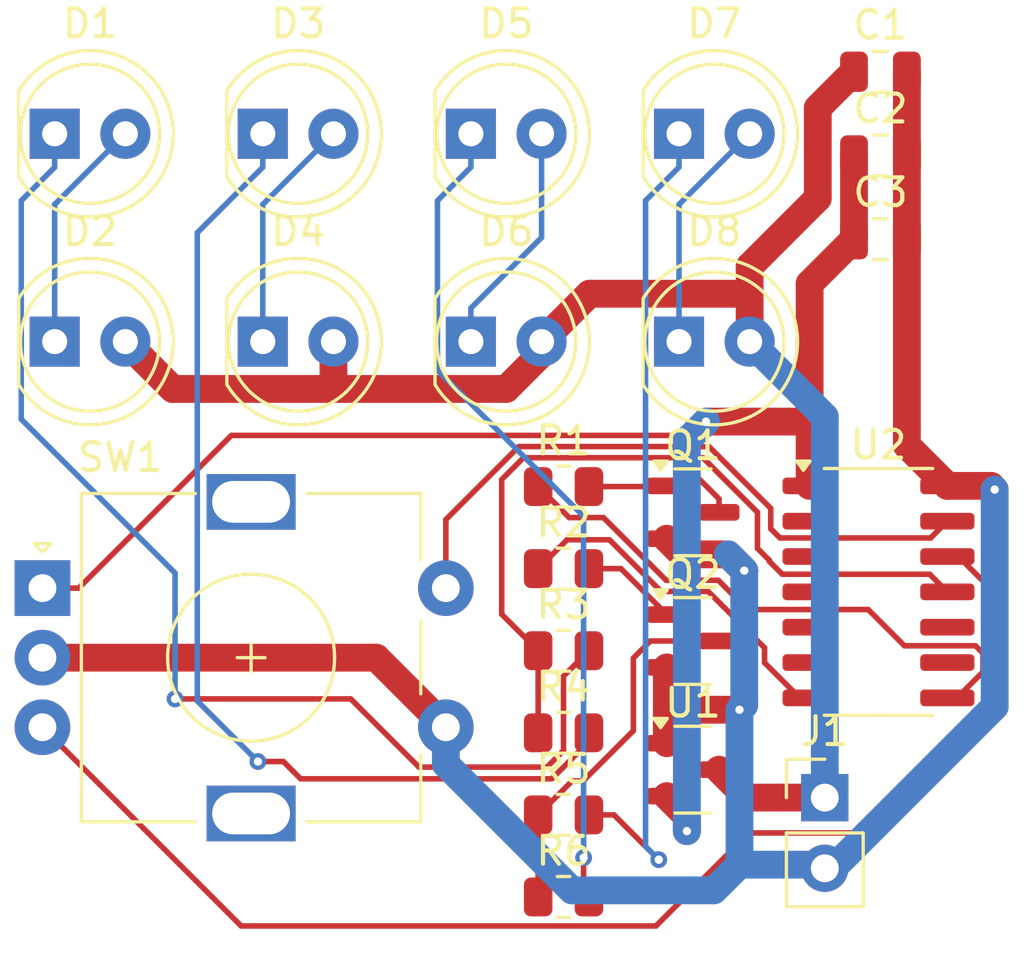
<source format=kicad_pcb>
(kicad_pcb (version 20241229) (generator "pcbnew") (generator_version "9.0")
  (layers (0 "F.Cu" signal) (2 "B.Cu" signal) (13 "F.Paste" user) (15 "B.Paste" user) (5 "F.SilkS" user "F.Silkscreen") (7 "B.SilkS" user "B.Silkscreen") (1 "F.Mask" user) (3 "B.Mask" user) (25 "Edge.Cuts" user))
  (net 0 "")
  (net 1 "+9V")
  (net 2 "GND")
  (net 3 "+3.3V")
  (net 5 "Net-(U2-PA2)")
  (net 7 "Net-(U2-PA1)")
  (net 12 "Net-(U2-AREF{slash}PA0)")
  (net 14 "Net-(Q1-G)")
  (net 15 "Net-(Q2-G)")
  (net 16 "Net-(U2-PA5)")
  (net 17 "Net-(U2-PA6)")
  (net 18 "Net-(D1-A)")
  (net 19 "Net-(D1-K)")
  (net 20 "Net-(D3-K)")
  (net 21 "Net-(D3-A)")
  (net 22 "Net-(D5-K)")
  (net 23 "Net-(D5-A)")
  (net 24 "Net-(D7-A)")
  (net 25 "Net-(D7-K)")
  (net 26 "Net-(Q1-D)")
  (net 27 "Net-(Q2-D)")
  (footprint "LED_THT:LED_D5.0mm" (layer "F.Cu") (at 54.915 53.975)
    (property "Reference" "D1" (at 1.27 -3.96 0) (layer "F.SilkS"))
    (property "Value" "LED WT")
    (fp_line (start -1.29 -1.545) (end -1.29 1.545) (stroke (width 0.12)) (layer "F.SilkS"))
    (fp_arc (start -1.29 -1.54483) (mid 2.071756 -2.880501) (end 4.26 -0.000048) (stroke (width 0.12)) (layer "F.SilkS"))
    (fp_arc (start 4.26 0.000048) (mid 2.071756 2.880501) (end -1.29 1.54483) (stroke (width 0.12)) (layer "F.SilkS"))
    (fp_circle (center 1.27 0) (end 3.77 0) (stroke (width 0.12)) (fill no) (layer "F.SilkS"))
    (pad "1" thru_hole rect (at 0 0) (size 1.8 1.8) (drill 0.9) (layers "*.Cu" "*.Mask") (net 19 "Net-(D1-K)"))
    (pad "2" thru_hole circle (at 2.54 0) (size 1.8 1.8) (drill 0.9) (layers "*.Cu" "*.Mask") (net 18 "Net-(D1-A)"))
  )
  (footprint "Package_TO_SOT_SMD:SOT-23" (layer "F.Cu") (at 77.855 76.83)
    (property "Reference" "U1" (at 0 -2.4 0) (layer "F.SilkS"))
    (property "Value" "MCP1703Ax-330xxTT")
    (fp_line (start 0 -1.56) (end -0.65 -1.56) (stroke (width 0.12)) (layer "F.SilkS"))
    (fp_line (start 0 -1.56) (end 0.65 -1.56) (stroke (width 0.12)) (layer "F.SilkS"))
    (fp_line (start 0 1.56) (end -0.65 1.56) (stroke (width 0.12)) (layer "F.SilkS"))
    (fp_line (start 0 1.56) (end 0.65 1.56) (stroke (width 0.12)) (layer "F.SilkS"))
    (fp_poly (pts (xy -1.1625 -1.51) (xy -1.4025 -1.84) (xy -0.9225 -1.84)) (stroke (width 0.12)) (fill yes) (layer "F.SilkS"))
    (pad "1" smd roundrect (at -0.9375 -0.95) (size 1.475 0.6) (layers "F.Cu" "F.Mask" "F.Paste") (net 2 "GND"))
    (pad "2" smd roundrect (at -0.9375 0.95) (size 1.475 0.6) (layers "F.Cu" "F.Mask" "F.Paste") (net 3 "+3.3V"))
    (pad "3" smd roundrect (at 0.9375 0) (size 1.475 0.6) (layers "F.Cu" "F.Mask" "F.Paste") (net 1 "+9V"))
  )
  (footprint "Resistor_SMD:R_0805_2012Metric" (layer "F.Cu") (at 73.205 72.555)
    (property "Reference" "R3" (at 0 -1.65 0) (layer "F.SilkS"))
    (property "Value" "100")
    (fp_line (start -0.227064 -0.735) (end 0.227064 -0.735) (stroke (width 0.12)) (layer "F.SilkS"))
    (fp_line (start -0.227064 0.735) (end 0.227064 0.735) (stroke (width 0.12)) (layer "F.SilkS"))
    (pad "1" smd roundrect (at -0.9125 0) (size 1.025 1.4) (layers "F.Cu" "F.Mask" "F.Paste") (roundrect_rratio 0.243902) (net 26 "Net-(Q1-D)"))
    (pad "2" smd roundrect (at 0.9125 0) (size 1.025 1.4) (layers "F.Cu" "F.Mask" "F.Paste") (roundrect_rratio 0.243902) (net 19 "Net-(D1-K)"))
  )
  (footprint "LED_THT:LED_D5.0mm" (layer "F.Cu") (at 62.395 53.975)
    (property "Reference" "D3" (at 1.27 -3.96 0) (layer "F.SilkS"))
    (property "Value" "LED WT")
    (fp_line (start -1.29 -1.545) (end -1.29 1.545) (stroke (width 0.12)) (layer "F.SilkS"))
    (fp_arc (start -1.29 -1.54483) (mid 2.071756 -2.880501) (end 4.26 -0.000048) (stroke (width 0.12)) (layer "F.SilkS"))
    (fp_arc (start 4.26 0.000048) (mid 2.071756 2.880501) (end -1.29 1.54483) (stroke (width 0.12)) (layer "F.SilkS"))
    (fp_circle (center 1.27 0) (end 3.77 0) (stroke (width 0.12)) (fill no) (layer "F.SilkS"))
    (pad "1" thru_hole rect (at 0 0) (size 1.8 1.8) (drill 0.9) (layers "*.Cu" "*.Mask") (net 20 "Net-(D3-K)"))
    (pad "2" thru_hole circle (at 2.54 0) (size 1.8 1.8) (drill 0.9) (layers "*.Cu" "*.Mask") (net 21 "Net-(D3-A)"))
  )
  (footprint "LED_THT:LED_D5.0mm" (layer "F.Cu") (at 54.915 61.445)
    (property "Reference" "D2" (at 1.27 -3.96 0) (layer "F.SilkS"))
    (property "Value" "LED WT")
    (fp_line (start -1.29 -1.545) (end -1.29 1.545) (stroke (width 0.12)) (layer "F.SilkS"))
    (fp_arc (start -1.29 -1.54483) (mid 2.071756 -2.880501) (end 4.26 -0.000048) (stroke (width 0.12)) (layer "F.SilkS"))
    (fp_arc (start 4.26 0.000048) (mid 2.071756 2.880501) (end -1.29 1.54483) (stroke (width 0.12)) (layer "F.SilkS"))
    (fp_circle (center 1.27 0) (end 3.77 0) (stroke (width 0.12)) (fill no) (layer "F.SilkS"))
    (pad "1" thru_hole rect (at 0 0) (size 1.8 1.8) (drill 0.9) (layers "*.Cu" "*.Mask") (net 18 "Net-(D1-A)"))
    (pad "2" thru_hole circle (at 2.54 0) (size 1.8 1.8) (drill 0.9) (layers "*.Cu" "*.Mask") (net 1 "+9V"))
  )
  (footprint "Resistor_SMD:R_0805_2012Metric" (layer "F.Cu") (at 73.205 75.505)
    (property "Reference" "R4" (at 0 -1.65 0) (layer "F.SilkS"))
    (property "Value" "100")
    (fp_line (start -0.227064 -0.735) (end 0.227064 -0.735) (stroke (width 0.12)) (layer "F.SilkS"))
    (fp_line (start -0.227064 0.735) (end 0.227064 0.735) (stroke (width 0.12)) (layer "F.SilkS"))
    (pad "1" smd roundrect (at -0.9125 0) (size 1.025 1.4) (layers "F.Cu" "F.Mask" "F.Paste") (roundrect_rratio 0.243902) (net 26 "Net-(Q1-D)"))
    (pad "2" smd roundrect (at 0.9125 0) (size 1.025 1.4) (layers "F.Cu" "F.Mask" "F.Paste") (roundrect_rratio 0.243902) (net 20 "Net-(D3-K)"))
  )
  (footprint "Capacitor_SMD:C_0805_2012Metric" (layer "F.Cu") (at 84.595 57.765)
    (property "Reference" "C3" (at 0 -1.68 0) (layer "F.SilkS"))
    (property "Value" "1u")
    (fp_line (start -0.261252 -0.735) (end 0.261252 -0.735) (stroke (width 0.12)) (layer "F.SilkS"))
    (fp_line (start -0.261252 0.735) (end 0.261252 0.735) (stroke (width 0.12)) (layer "F.SilkS"))
    (pad "1" smd roundrect (at -0.95 0) (size 1 1.45) (layers "F.Cu" "F.Mask" "F.Paste") (net 3 "+3.3V"))
    (pad "2" smd roundrect (at 0.95 0) (size 1 1.45) (layers "F.Cu" "F.Mask" "F.Paste") (net 2 "GND"))
  )
  (footprint "LED_THT:LED_D5.0mm" (layer "F.Cu") (at 69.875 61.445)
    (property "Reference" "D6" (at 1.27 -3.96 0) (layer "F.SilkS"))
    (property "Value" "LED RD")
    (fp_line (start -1.29 -1.545) (end -1.29 1.545) (stroke (width 0.12)) (layer "F.SilkS"))
    (fp_arc (start -1.29 -1.54483) (mid 2.071756 -2.880501) (end 4.26 -0.000048) (stroke (width 0.12)) (layer "F.SilkS"))
    (fp_arc (start 4.26 0.000048) (mid 2.071756 2.880501) (end -1.29 1.54483) (stroke (width 0.12)) (layer "F.SilkS"))
    (fp_circle (center 1.27 0) (end 3.77 0) (stroke (width 0.12)) (fill no) (layer "F.SilkS"))
    (pad "1" thru_hole rect (at 0 0) (size 1.8 1.8) (drill 0.9) (layers "*.Cu" "*.Mask") (net 23 "Net-(D5-A)"))
    (pad "2" thru_hole circle (at 2.54 0) (size 1.8 1.8) (drill 0.9) (layers "*.Cu" "*.Mask") (net 1 "+9V"))
  )
  (footprint "Resistor_SMD:R_0805_2012Metric" (layer "F.Cu") (at 73.205 66.655)
    (property "Reference" "R1" (at 0 -1.65 0) (layer "F.SilkS"))
    (property "Value" "100")
    (fp_line (start -0.227064 -0.735) (end 0.227064 -0.735) (stroke (width 0.12)) (layer "F.SilkS"))
    (fp_line (start -0.227064 0.735) (end 0.227064 0.735) (stroke (width 0.12)) (layer "F.SilkS"))
    (pad "1" smd roundrect (at -0.9125 0) (size 1.025 1.4) (layers "F.Cu" "F.Mask" "F.Paste") (roundrect_rratio 0.243902) (net 16 "Net-(U2-PA5)"))
    (pad "2" smd roundrect (at 0.9125 0) (size 1.025 1.4) (layers "F.Cu" "F.Mask" "F.Paste") (roundrect_rratio 0.243902) (net 14 "Net-(Q1-G)"))
  )
  (footprint "Capacitor_SMD:C_0805_2012Metric" (layer "F.Cu") (at 84.595 51.745)
    (property "Reference" "C1" (at 0 -1.68 0) (layer "F.SilkS"))
    (property "Value" "1u")
    (fp_line (start -0.261252 -0.735) (end 0.261252 -0.735) (stroke (width 0.12)) (layer "F.SilkS"))
    (fp_line (start -0.261252 0.735) (end 0.261252 0.735) (stroke (width 0.12)) (layer "F.SilkS"))
    (pad "1" smd roundrect (at -0.95 0) (size 1 1.45) (layers "F.Cu" "F.Mask" "F.Paste") (net 1 "+9V"))
    (pad "2" smd roundrect (at 0.95 0) (size 1 1.45) (layers "F.Cu" "F.Mask" "F.Paste") (net 2 "GND"))
  )
  (footprint "Resistor_SMD:R_0805_2012Metric" (layer "F.Cu") (at 73.205 69.605)
    (property "Reference" "R2" (at 0 -1.65 0) (layer "F.SilkS"))
    (property "Value" "100")
    (fp_line (start -0.227064 -0.735) (end 0.227064 -0.735) (stroke (width 0.12)) (layer "F.SilkS"))
    (fp_line (start -0.227064 0.735) (end 0.227064 0.735) (stroke (width 0.12)) (layer "F.SilkS"))
    (pad "1" smd roundrect (at -0.9125 0) (size 1.025 1.4) (layers "F.Cu" "F.Mask" "F.Paste") (roundrect_rratio 0.243902) (net 17 "Net-(U2-PA6)"))
    (pad "2" smd roundrect (at 0.9125 0) (size 1.025 1.4) (layers "F.Cu" "F.Mask" "F.Paste") (roundrect_rratio 0.243902) (net 15 "Net-(Q2-G)"))
  )
  (footprint "Package_TO_SOT_SMD:SOT-23" (layer "F.Cu") (at 77.855 72.205)
    (property "Reference" "Q2" (at 0 -2.4 0) (layer "F.SilkS"))
    (property "Value" "IRLML2060")
    (fp_line (start 0 -1.56) (end -0.65 -1.56) (stroke (width 0.12)) (layer "F.SilkS"))
    (fp_line (start 0 -1.56) (end 0.65 -1.56) (stroke (width 0.12)) (layer "F.SilkS"))
    (fp_line (start 0 1.56) (end -0.65 1.56) (stroke (width 0.12)) (layer "F.SilkS"))
    (fp_line (start 0 1.56) (end 0.65 1.56) (stroke (width 0.12)) (layer "F.SilkS"))
    (fp_poly (pts (xy -1.1625 -1.51) (xy -1.4025 -1.84) (xy -0.9225 -1.84)) (stroke (width 0.12)) (fill yes) (layer "F.SilkS"))
    (pad "1" smd roundrect (at -0.9375 -0.95) (size 1.475 0.6) (layers "F.Cu" "F.Mask" "F.Paste") (net 15 "Net-(Q2-G)"))
    (pad "2" smd roundrect (at -0.9375 0.95) (size 1.475 0.6) (layers "F.Cu" "F.Mask" "F.Paste") (net 2 "GND"))
    (pad "3" smd roundrect (at 0.9375 0) (size 1.475 0.6) (layers "F.Cu" "F.Mask" "F.Paste") (net 27 "Net-(Q2-D)"))
  )
  (footprint "Resistor_SMD:R_0805_2012Metric" (layer "F.Cu") (at 73.205 78.455)
    (property "Reference" "R5" (at 0 -1.65 0) (layer "F.SilkS"))
    (property "Value" "220")
    (fp_line (start -0.227064 -0.735) (end 0.227064 -0.735) (stroke (width 0.12)) (layer "F.SilkS"))
    (fp_line (start -0.227064 0.735) (end 0.227064 0.735) (stroke (width 0.12)) (layer "F.SilkS"))
    (pad "1" smd roundrect (at -0.9125 0) (size 1.025 1.4) (layers "F.Cu" "F.Mask" "F.Paste") (roundrect_rratio 0.243902) (net 27 "Net-(Q2-D)"))
    (pad "2" smd roundrect (at 0.9125 0) (size 1.025 1.4) (layers "F.Cu" "F.Mask" "F.Paste") (roundrect_rratio 0.243902) (net 25 "Net-(D7-K)"))
  )
  (footprint "Package_SO:SOIC-14_3.9x8.7mm_P1.27mm" (layer "F.Cu") (at 84.525 70.44)
    (property "Reference" "U2" (at 0 -5.28 0) (layer "F.SilkS"))
    (property "Value" "ATtiny24A-SS")
    (fp_line (start 0 -4.435) (end -1.95 -4.435) (stroke (width 0.12)) (layer "F.SilkS"))
    (fp_line (start 0 -4.435) (end 1.95 -4.435) (stroke (width 0.12)) (layer "F.SilkS"))
    (fp_line (start 0 4.435) (end -1.95 4.435) (stroke (width 0.12)) (layer "F.SilkS"))
    (fp_line (start 0 4.435) (end 1.95 4.435) (stroke (width 0.12)) (layer "F.SilkS"))
    (fp_poly (pts (xy -2.7 -4.37) (xy -2.94 -4.7) (xy -2.46 -4.7)) (stroke (width 0.12)) (fill yes) (layer "F.SilkS"))
    (pad "1" smd roundrect (at -2.475 -3.81) (size 1.95 0.6) (layers "F.Cu" "F.Mask" "F.Paste") (net 3 "+3.3V"))
    (pad "2" smd roundrect (at -2.475 -2.54) (size 1.95 0.6) (layers "F.Cu" "F.Mask" "F.Paste"))
    (pad "3" smd roundrect (at -2.475 -1.27) (size 1.95 0.6) (layers "F.Cu" "F.Mask" "F.Paste"))
    (pad "4" smd roundrect (at -2.475 0) (size 1.95 0.6) (layers "F.Cu" "F.Mask" "F.Paste"))
    (pad "5" smd roundrect (at -2.475 1.27) (size 1.95 0.6) (layers "F.Cu" "F.Mask" "F.Paste"))
    (pad "6" smd roundrect (at -2.475 2.54) (size 1.95 0.6) (layers "F.Cu" "F.Mask" "F.Paste"))
    (pad "7" smd roundrect (at -2.475 3.81) (size 1.95 0.6) (layers "F.Cu" "F.Mask" "F.Paste") (net 17 "Net-(U2-PA6)"))
    (pad "8" smd roundrect (at 2.475 3.81) (size 1.95 0.6) (layers "F.Cu" "F.Mask" "F.Paste") (net 16 "Net-(U2-PA5)"))
    (pad "9" smd roundrect (at 2.475 2.54) (size 1.95 0.6) (layers "F.Cu" "F.Mask" "F.Paste"))
    (pad "10" smd roundrect (at 2.475 1.27) (size 1.95 0.6) (layers "F.Cu" "F.Mask" "F.Paste"))
    (pad "11" smd roundrect (at 2.475 0) (size 1.95 0.6) (layers "F.Cu" "F.Mask" "F.Paste") (net 5 "Net-(U2-PA2)"))
    (pad "12" smd roundrect (at 2.475 -1.27) (size 1.95 0.6) (layers "F.Cu" "F.Mask" "F.Paste") (net 7 "Net-(U2-PA1)"))
    (pad "13" smd roundrect (at 2.475 -2.54) (size 1.95 0.6) (layers "F.Cu" "F.Mask" "F.Paste") (net 12 "Net-(U2-AREF{slash}PA0)"))
    (pad "14" smd roundrect (at 2.475 -3.81) (size 1.95 0.6) (layers "F.Cu" "F.Mask" "F.Paste") (net 2 "GND"))
  )
  (footprint "Connector_PinHeader_2.54mm:PinHeader_1x02_P2.54mm_Vertical" (layer "F.Cu") (at 82.595 77.835)
    (property "Reference" "J1" (at 0 -2.38 0) (layer "F.SilkS"))
    (property "Value" "Conn_01x02_Pin")
    (fp_line (start -1.38 -1.38) (end 0 -1.38) (stroke (width 0.12)) (layer "F.SilkS"))
    (fp_line (start -1.38 0) (end -1.38 -1.38) (stroke (width 0.12)) (layer "F.SilkS"))
    (fp_line (start -1.38 1.27) (end -1.38 3.92) (stroke (width 0.12)) (layer "F.SilkS"))
    (fp_line (start -1.38 1.27) (end 1.38 1.27) (stroke (width 0.12)) (layer "F.SilkS"))
    (fp_line (start -1.38 3.92) (end 1.38 3.92) (stroke (width 0.12)) (layer "F.SilkS"))
    (fp_line (start 1.38 1.27) (end 1.38 3.92) (stroke (width 0.12)) (layer "F.SilkS"))
    (pad "1" thru_hole rect (at 0 0) (size 1.7 1.7) (drill 1) (layers "*.Cu" "*.Mask") (net 1 "+9V"))
    (pad "2" thru_hole circle (at 0 2.54) (size 1.7 1.7) (drill 1) (layers "*.Cu" "*.Mask") (net 2 "GND"))
  )
  (footprint "Package_TO_SOT_SMD:SOT-23" (layer "F.Cu") (at 77.855 67.58)
    (property "Reference" "Q1" (at 0 -2.4 0) (layer "F.SilkS"))
    (property "Value" "IRLML2060")
    (fp_line (start 0 -1.56) (end -0.65 -1.56) (stroke (width 0.12)) (layer "F.SilkS"))
    (fp_line (start 0 -1.56) (end 0.65 -1.56) (stroke (width 0.12)) (layer "F.SilkS"))
    (fp_line (start 0 1.56) (end -0.65 1.56) (stroke (width 0.12)) (layer "F.SilkS"))
    (fp_line (start 0 1.56) (end 0.65 1.56) (stroke (width 0.12)) (layer "F.SilkS"))
    (fp_poly (pts (xy -1.1625 -1.51) (xy -1.4025 -1.84) (xy -0.9225 -1.84)) (stroke (width 0.12)) (fill yes) (layer "F.SilkS"))
    (pad "1" smd roundrect (at -0.9375 -0.95) (size 1.475 0.6) (layers "F.Cu" "F.Mask" "F.Paste") (net 14 "Net-(Q1-G)"))
    (pad "2" smd roundrect (at -0.9375 0.95) (size 1.475 0.6) (layers "F.Cu" "F.Mask" "F.Paste") (net 2 "GND"))
    (pad "3" smd roundrect (at 0.9375 0) (size 1.475 0.6) (layers "F.Cu" "F.Mask" "F.Paste") (net 26 "Net-(Q1-D)"))
  )
  (footprint "Resistor_SMD:R_0805_2012Metric" (layer "F.Cu") (at 73.205 81.405)
    (property "Reference" "R6" (at 0 -1.65 0) (layer "F.SilkS"))
    (property "Value" "220")
    (fp_line (start -0.227064 -0.735) (end 0.227064 -0.735) (stroke (width 0.12)) (layer "F.SilkS"))
    (fp_line (start -0.227064 0.735) (end 0.227064 0.735) (stroke (width 0.12)) (layer "F.SilkS"))
    (pad "1" smd roundrect (at -0.9125 0) (size 1.025 1.4) (layers "F.Cu" "F.Mask" "F.Paste") (roundrect_rratio 0.243902) (net 27 "Net-(Q2-D)"))
    (pad "2" smd roundrect (at 0.9125 0) (size 1.025 1.4) (layers "F.Cu" "F.Mask" "F.Paste") (roundrect_rratio 0.243902) (net 22 "Net-(D5-K)"))
  )
  (footprint "Capacitor_SMD:C_0805_2012Metric" (layer "F.Cu") (at 84.595 54.755)
    (property "Reference" "C2" (at 0 -1.68 0) (layer "F.SilkS"))
    (property "Value" "1u")
    (fp_line (start -0.261252 -0.735) (end 0.261252 -0.735) (stroke (width 0.12)) (layer "F.SilkS"))
    (fp_line (start -0.261252 0.735) (end 0.261252 0.735) (stroke (width 0.12)) (layer "F.SilkS"))
    (pad "1" smd roundrect (at -0.95 0) (size 1 1.45) (layers "F.Cu" "F.Mask" "F.Paste") (net 3 "+3.3V"))
    (pad "2" smd roundrect (at 0.95 0) (size 1 1.45) (layers "F.Cu" "F.Mask" "F.Paste") (net 2 "GND"))
  )
  (footprint "LED_THT:LED_D5.0mm" (layer "F.Cu") (at 69.875 53.975)
    (property "Reference" "D5" (at 1.27 -3.96 0) (layer "F.SilkS"))
    (property "Value" "LED RD")
    (fp_line (start -1.29 -1.545) (end -1.29 1.545) (stroke (width 0.12)) (layer "F.SilkS"))
    (fp_arc (start -1.29 -1.54483) (mid 2.071756 -2.880501) (end 4.26 -0.000048) (stroke (width 0.12)) (layer "F.SilkS"))
    (fp_arc (start 4.26 0.000048) (mid 2.071756 2.880501) (end -1.29 1.54483) (stroke (width 0.12)) (layer "F.SilkS"))
    (fp_circle (center 1.27 0) (end 3.77 0) (stroke (width 0.12)) (fill no) (layer "F.SilkS"))
    (pad "1" thru_hole rect (at 0 0) (size 1.8 1.8) (drill 0.9) (layers "*.Cu" "*.Mask") (net 22 "Net-(D5-K)"))
    (pad "2" thru_hole circle (at 2.54 0) (size 1.8 1.8) (drill 0.9) (layers "*.Cu" "*.Mask") (net 23 "Net-(D5-A)"))
  )
  (footprint "Rotary_Encoder:RotaryEncoder_Alps_EC11E-Switch_Vertical_H20mm" (layer "F.Cu") (at 54.475 70.305)
    (property "Reference" "SW1" (at 2.8 -4.7 0) (layer "F.SilkS"))
    (property "Value" "RotaryEncoder_Switch")
    (fp_line (start -0.3 -1.6) (end 0.3 -1.6) (stroke (width 0.12)) (layer "F.SilkS"))
    (fp_line (start 0 -1.3) (end -0.3 -1.6) (stroke (width 0.12)) (layer "F.SilkS"))
    (fp_line (start 0.3 -1.6) (end 0 -1.3) (stroke (width 0.12)) (layer "F.SilkS"))
    (fp_line (start 1.4 -3.4) (end 1.4 8.4) (stroke (width 0.12)) (layer "F.SilkS"))
    (fp_line (start 5.5 -3.4) (end 1.4 -3.4) (stroke (width 0.12)) (layer "F.SilkS"))
    (fp_line (start 5.5 8.4) (end 1.4 8.4) (stroke (width 0.12)) (layer "F.SilkS"))
    (fp_line (start 7 2.5) (end 8 2.5) (stroke (width 0.12)) (layer "F.SilkS"))
    (fp_line (start 7.5 2) (end 7.5 3) (stroke (width 0.12)) (layer "F.SilkS"))
    (fp_line (start 9.5 -3.4) (end 13.6 -3.4) (stroke (width 0.12)) (layer "F.SilkS"))
    (fp_line (start 13.6 -3.4) (end 13.6 -1) (stroke (width 0.12)) (layer "F.SilkS"))
    (fp_line (start 13.6 1.2) (end 13.6 3.8) (stroke (width 0.12)) (layer "F.SilkS"))
    (fp_line (start 13.6 6) (end 13.6 8.4) (stroke (width 0.12)) (layer "F.SilkS"))
    (fp_line (start 13.6 8.4) (end 9.5 8.4) (stroke (width 0.12)) (layer "F.SilkS"))
    (fp_circle (center 7.5 2.5) (end 10.5 2.5) (stroke (width 0.12)) (fill no) (layer "F.SilkS"))
    (pad "A" thru_hole rect (at 0 0) (size 2 2) (drill 1) (layers "*.Cu" "*.Mask") (net 12 "Net-(U2-AREF{slash}PA0)"))
    (pad "B" thru_hole circle (at 0 5) (size 2 2) (drill 1) (layers "*.Cu" "*.Mask") (net 7 "Net-(U2-PA1)"))
    (pad "C" thru_hole circle (at 0 2.5) (size 2 2) (drill 1) (layers "*.Cu" "*.Mask") (net 2 "GND"))
    (pad "MP" thru_hole rect (at 7.5 -3.1) (size 3.2 2) (drill oval 2.8 1.5) (layers "*.Cu" "*.Mask"))
    (pad "MP" thru_hole rect (at 7.5 8.1) (size 3.2 2) (drill oval 2.8 1.5) (layers "*.Cu" "*.Mask"))
    (pad "S1" thru_hole circle (at 14.5 5) (size 2 2) (drill 1) (layers "*.Cu" "*.Mask") (net 2 "GND"))
    (pad "S2" thru_hole circle (at 14.5 0) (size 2 2) (drill 1) (layers "*.Cu" "*.Mask") (net 5 "Net-(U2-PA2)"))
  )
  (footprint "LED_THT:LED_D5.0mm" (layer "F.Cu") (at 77.355 53.975)
    (property "Reference" "D7" (at 1.27 -3.96 0) (layer "F.SilkS"))
    (property "Value" "LED RD")
    (fp_line (start -1.29 -1.545) (end -1.29 1.545) (stroke (width 0.12)) (layer "F.SilkS"))
    (fp_arc (start -1.29 -1.54483) (mid 2.071756 -2.880501) (end 4.26 -0.000048) (stroke (width 0.12)) (layer "F.SilkS"))
    (fp_arc (start 4.26 0.000048) (mid 2.071756 2.880501) (end -1.29 1.54483) (stroke (width 0.12)) (layer "F.SilkS"))
    (fp_circle (center 1.27 0) (end 3.77 0) (stroke (width 0.12)) (fill no) (layer "F.SilkS"))
    (pad "1" thru_hole rect (at 0 0) (size 1.8 1.8) (drill 0.9) (layers "*.Cu" "*.Mask") (net 25 "Net-(D7-K)"))
    (pad "2" thru_hole circle (at 2.54 0) (size 1.8 1.8) (drill 0.9) (layers "*.Cu" "*.Mask") (net 24 "Net-(D7-A)"))
  )
  (footprint "LED_THT:LED_D5.0mm" (layer "F.Cu") (at 62.395 61.445)
    (property "Reference" "D4" (at 1.27 -3.96 0) (layer "F.SilkS"))
    (property "Value" "LED WT")
    (fp_line (start -1.29 -1.545) (end -1.29 1.545) (stroke (width 0.12)) (layer "F.SilkS"))
    (fp_arc (start -1.29 -1.54483) (mid 2.071756 -2.880501) (end 4.26 -0.000048) (stroke (width 0.12)) (layer "F.SilkS"))
    (fp_arc (start 4.26 0.000048) (mid 2.071756 2.880501) (end -1.29 1.54483) (stroke (width 0.12)) (layer "F.SilkS"))
    (fp_circle (center 1.27 0) (end 3.77 0) (stroke (width 0.12)) (fill no) (layer "F.SilkS"))
    (pad "1" thru_hole rect (at 0 0) (size 1.8 1.8) (drill 0.9) (layers "*.Cu" "*.Mask") (net 21 "Net-(D3-A)"))
    (pad "2" thru_hole circle (at 2.54 0) (size 1.8 1.8) (drill 0.9) (layers "*.Cu" "*.Mask") (net 1 "+9V"))
  )
  (footprint "LED_THT:LED_D5.0mm" (layer "F.Cu") (at 77.355 61.445)
    (property "Reference" "D8" (at 1.27 -3.96 0) (layer "F.SilkS"))
    (property "Value" "LED RD")
    (fp_line (start -1.29 -1.545) (end -1.29 1.545) (stroke (width 0.12)) (layer "F.SilkS"))
    (fp_arc (start -1.29 -1.54483) (mid 2.071756 -2.880501) (end 4.26 -0.000048) (stroke (width 0.12)) (layer "F.SilkS"))
    (fp_arc (start 4.26 0.000048) (mid 2.071756 2.880501) (end -1.29 1.54483) (stroke (width 0.12)) (layer "F.SilkS"))
    (fp_circle (center 1.27 0) (end 3.77 0) (stroke (width 0.12)) (fill no) (layer "F.SilkS"))
    (pad "1" thru_hole rect (at 0 0) (size 1.8 1.8) (drill 0.9) (layers "*.Cu" "*.Mask") (net 24 "Net-(D7-A)"))
    (pad "2" thru_hole circle (at 2.54 0) (size 1.8 1.8) (drill 0.9) (layers "*.Cu" "*.Mask") (net 1 "+9V"))
  )
  (segment (start 57.455 61.445) (end 59.1567 63.1467) (width 1) (layer "F.Cu") (net 1))
  (segment (start 79.895 58.7387) (end 79.895 59.7245) (width 1) (layer "F.Cu") (net 1))
  (segment (start 59.1567 63.1467) (end 64.935 63.1467) (width 1) (layer "F.Cu") (net 1))
  (segment (start 64.935 63.1467) (end 71.1435 63.1467) (width 1) (layer "F.Cu") (net 1))
  (segment (start 82.3423 56.2914) (end 79.895 58.7387) (width 1) (layer "F.Cu") (net 1))
  (segment (start 79.7975 77.835) (end 80.9433 77.835) (width 1) (layer "F.Cu") (net 1))
  (segment (start 78.7925 76.83) (end 79.7975 77.835) (width 1) (layer "F.Cu") (net 1))
  (segment (start 74.1355 59.7245) (end 79.895 59.7245) (width 1) (layer "F.Cu") (net 1))
  (segment (start 82.3423 53.0477) (end 82.3423 56.2914) (width 1) (layer "F.Cu") (net 1))
  (segment (start 72.415 61.8752) (end 72.415 61.445) (width 1) (layer "F.Cu") (net 1))
  (segment (start 83.645 51.745) (end 82.3423 53.0477) (width 1) (layer "F.Cu") (net 1))
  (segment (start 79.895 59.7245) (end 79.895 61.445) (width 1) (layer "F.Cu") (net 1))
  (segment (start 72.415 61.445) (end 74.1355 59.7245) (width 1) (layer "F.Cu") (net 1))
  (segment (start 64.935 61.445) (end 64.935 63.1467) (width 1) (layer "F.Cu") (net 1))
  (segment (start 82.595 77.835) (end 80.9433 77.835) (width 1) (layer "F.Cu") (net 1))
  (segment (start 71.1435 63.1467) (end 72.415 61.8752) (width 1) (layer "F.Cu") (net 1))
  (segment (start 82.595 64.145) (end 79.895 61.445) (width 1) (layer "B.Cu") (net 1))
  (segment (start 82.595 77.835) (end 82.595 76.1833) (width 1) (layer "B.Cu") (net 1))
  (segment (start 82.595 76.1833) (end 82.595 64.145) (width 1) (layer "B.Cu") (net 1))
  (segment (start 79.1152 69.0916) (end 79.6992 69.6756) (width 1) (layer "F.Cu") (net 2))
  (segment (start 76.9175 74.677) (end 76.9175 73.155) (width 1) (layer "F.Cu") (net 2))
  (segment (start 87 66.63) (end 88.5668 66.63) (width 1) (layer "F.Cu") (net 2))
  (segment (start 85.545 54.755) (end 85.545 51.745) (width 1) (layer "F.Cu") (net 2))
  (segment (start 85.545 57.765) (end 85.545 54.755) (width 1) (layer "F.Cu") (net 2))
  (segment (start 79.6992 69.6756) (end 79.1152 69.0916) (width 1) (layer "F.Cu") (net 2))
  (segment (start 79.5291 74.677) (end 76.9175 74.677) (width 1) (layer "F.Cu") (net 2))
  (segment (start 85.545 65.175) (end 85.545 57.765) (width 1) (layer "F.Cu") (net 2))
  (segment (start 66.475 72.805) (end 68.975 75.305) (width 1) (layer "F.Cu") (net 2))
  (segment (start 79.6992 69.6756) (end 79.1152 69.0916) (width 1) (layer "F.Cu") (net 2))
  (segment (start 88.5668 66.63) (end 88.7005 66.7637) (width 1) (layer "F.Cu") (net 2))
  (segment (start 54.475 72.805) (end 66.475 72.805) (width 1) (layer "F.Cu") (net 2))
  (segment (start 77.4791 69.0916) (end 76.9175 68.53) (width 1) (layer "F.Cu") (net 2))
  (segment (start 87 66.63) (end 85.545 65.175) (width 1) (layer "F.Cu") (net 2))
  (segment (start 79.1152 69.0916) (end 77.4791 69.0916) (width 1) (layer "F.Cu") (net 2))
  (segment (start 76.9175 75.88) (end 76.9175 74.677) (width 1) (layer "F.Cu") (net 2))
  (via (at 88.7005 66.7637) (size 0.6) (drill 0.3) (layers "F.Cu" "B.Cu") (net 2))
  (via (at 79.6992 69.6756) (size 0.6) (drill 0.3) (layers "F.Cu" "B.Cu") (net 2))
  (via (at 79.5291 74.677) (size 0.6) (drill 0.3) (layers "F.Cu" "B.Cu") (net 2))
  (segment (start 88.7005 74.5633) (end 88.7005 66.7637) (width 1) (layer "B.Cu") (net 2))
  (segment (start 78.6074 81.1665) (end 79.5291 80.2448) (width 1) (layer "B.Cu") (net 2))
  (segment (start 79.5291 74.677) (end 79.6992 74.5069) (width 1) (layer "B.Cu") (net 2))
  (segment (start 79.5291 74.677) (end 79.5291 80.2448) (width 1) (layer "B.Cu") (net 2))
  (segment (start 82.8888 80.375) (end 88.7005 74.5633) (width 1) (layer "B.Cu") (net 2))
  (segment (start 73.5058 81.1665) (end 78.6074 81.1665) (width 1) (layer "B.Cu") (net 2))
  (segment (start 79.6992 74.5069) (end 79.6992 69.6756) (width 1) (layer "B.Cu") (net 2))
  (segment (start 68.975 75.305) (end 68.975 76.6357) (width 1) (layer "B.Cu") (net 2))
  (segment (start 79.1152 69.0916) (end 79.6992 69.6756) (width 1) (layer "B.Cu") (net 2))
  (segment (start 79.6992 69.6756) (end 79.1152 69.0916) (width 1) (layer "B.Cu") (net 2))
  (segment (start 82.4648 80.2448) (end 82.595 80.375) (width 1) (layer "B.Cu") (net 2))
  (segment (start 68.975 76.6357) (end 73.5058 81.1665) (width 1) (layer "B.Cu") (net 2))
  (segment (start 82.595 80.375) (end 82.8888 80.375) (width 1) (layer "B.Cu") (net 2))
  (segment (start 79.5291 80.2448) (end 82.4648 80.2448) (width 1) (layer "B.Cu") (net 2))
  (segment (start 76.9175 77.78) (end 77.6372 78.4997) (width 1) (layer "F.Cu") (net 3))
  (segment (start 77.6372 79.0385) (end 77.6372 78.7691) (width 1) (layer "F.Cu") (net 3))
  (segment (start 82.05 59.36) (end 82.05 64.3205) (width 1) (layer "F.Cu") (net 3))
  (segment (start 83.645 57.765) (end 82.05 59.36) (width 1) (layer "F.Cu") (net 3))
  (segment (start 82.05 64.3205) (end 78.3259 64.3205) (width 1) (layer "F.Cu") (net 3))
  (segment (start 77.6372 78.7691) (end 77.6372 79.0385) (width 1) (layer "F.Cu") (net 3))
  (segment (start 77.6372 78.4997) (end 77.6372 79.0385) (width 1) (layer "F.Cu") (net 3))
  (segment (start 82.05 64.3205) (end 82.05 66.63) (width 1) (layer "F.Cu") (net 3))
  (segment (start 83.645 57.765) (end 83.645 54.755) (width 1) (layer "F.Cu") (net 3))
  (via (at 78.3259 64.3205) (size 0.6) (drill 0.3) (layers "F.Cu" "B.Cu") (net 3))
  (via (at 77.6372 79.0385) (size 0.6) (drill 0.3) (layers "F.Cu" "B.Cu") (net 3))
  (segment (start 77.6372 78.7691) (end 77.6372 79.0385) (width 1) (layer "B.Cu") (net 3))
  (segment (start 77.6372 79.0385) (end 77.6372 78.7691) (width 1) (layer "B.Cu") (net 3))
  (segment (start 77.6372 65.0092) (end 77.6372 79.0385) (width 1) (layer "B.Cu") (net 3))
  (segment (start 78.3259 64.3205) (end 77.6372 65.0092) (width 1) (layer "B.Cu") (net 3))
  (segment (start 77.7861 65.6239) (end 78.1187 65.6239) (width 0.2) (layer "F.Cu") (net 5))
  (segment (start 68.975 70.305) (end 68.975 67.841) (width 0.2) (layer "F.Cu") (net 5))
  (segment (start 78.2198 65.6239) (end 80.1741 67.5782) (width 0.2) (layer "F.Cu") (net 5))
  (segment (start 86.365 69.805) (end 87 70.44) (width 0.2) (layer "F.Cu") (net 5))
  (segment (start 78.1187 65.6239) (end 78.2198 65.6239) (width 0.2) (layer "F.Cu") (net 5))
  (segment (start 77.3803 65.2181) (end 77.7861 65.6239) (width 0.2) (layer "F.Cu") (net 5))
  (segment (start 71.5979 65.2181) (end 77.3803 65.2181) (width 0.2) (layer "F.Cu") (net 5))
  (segment (start 80.1741 68.8752) (end 80.6009 69.302) (width 0.2) (layer "F.Cu") (net 5))
  (segment (start 80.1741 67.5782) (end 80.1741 68.8752) (width 0.2) (layer "F.Cu") (net 5))
  (segment (start 80.6009 69.302) (end 80.6009 69.3412) (width 0.2) (layer "F.Cu") (net 5))
  (segment (start 80.6009 69.3412) (end 81.0647 69.805) (width 0.2) (layer "F.Cu") (net 5))
  (segment (start 68.975 67.841) (end 71.5979 65.2181) (width 0.2) (layer "F.Cu") (net 5))
  (segment (start 81.0647 69.805) (end 86.365 69.805) (width 0.2) (layer "F.Cu") (net 5))
  (segment (start 76.5259 82.4474) (end 79.8683 79.105) (width 0.2) (layer "F.Cu") (net 7))
  (segment (start 79.8683 79.105) (end 83.7599 79.105) (width 0.2) (layer "F.Cu") (net 7))
  (segment (start 88.679 70.4503) (end 87.3987 69.17) (width 0.2) (layer "F.Cu") (net 7))
  (segment (start 83.7599 79.105) (end 88.679 74.1859) (width 0.2) (layer "F.Cu") (net 7))
  (segment (start 61.6174 82.4474) (end 76.5259 82.4474) (width 0.2) (layer "F.Cu") (net 7))
  (segment (start 88.679 74.1859) (end 88.679 70.4503) (width 0.2) (layer "F.Cu") (net 7))
  (segment (start 87.3987 69.17) (end 87 69.17) (width 0.2) (layer "F.Cu") (net 7))
  (segment (start 54.475 75.305) (end 61.6174 82.4474) (width 0.2) (layer "F.Cu") (net 7))
  (segment (start 78.4365 65.2222) (end 80.6529 67.4386) (width 0.2) (layer "F.Cu") (net 12))
  (segment (start 61.2653 64.8164) (end 77.5466 64.8164) (width 0.2) (layer "F.Cu") (net 12))
  (segment (start 80.9832 68.5023) (end 86.3977 68.5023) (width 0.2) (layer "F.Cu") (net 12))
  (segment (start 80.6529 67.4386) (end 80.6529 68.172) (width 0.2) (layer "F.Cu") (net 12))
  (segment (start 86.3977 68.5023) (end 87 67.9) (width 0.2) (layer "F.Cu") (net 12))
  (segment (start 55.7767 70.305) (end 61.2653 64.8164) (width 0.2) (layer "F.Cu") (net 12))
  (segment (start 54.475 70.305) (end 55.7767 70.305) (width 0.2) (layer "F.Cu") (net 12))
  (segment (start 80.6529 68.172) (end 80.9832 68.5023) (width 0.2) (layer "F.Cu") (net 12))
  (segment (start 77.9524 65.2222) (end 78.4365 65.2222) (width 0.2) (layer "F.Cu") (net 12))
  (segment (start 77.5466 64.8164) (end 77.9524 65.2222) (width 0.2) (layer "F.Cu") (net 12))
  (segment (start 74.1175 66.655) (end 76.8925 66.655) (width 0.2) (layer "F.Cu") (net 14))
  (segment (start 76.8925 66.655) (end 76.9175 66.63) (width 0.2) (layer "F.Cu") (net 14))
  (segment (start 76.9175 71.255) (end 75.2675 69.605) (width 0.2) (layer "F.Cu") (net 15))
  (segment (start 75.2675 69.605) (end 74.1175 69.605) (width 0.2) (layer "F.Cu") (net 15))
  (segment (start 73.4077 67.7702) (end 72.2925 66.655) (width 0.2) (layer "F.Cu") (net 16))
  (segment (start 87.3447 74.25) (end 88.2773 73.3174) (width 0.2) (layer "F.Cu") (net 16))
  (segment (start 85.4577 72.3777) (end 84.1551 71.0751) (width 0.2) (layer "F.Cu") (net 16))
  (segment (start 87 74.25) (end 87.3447 74.25) (width 0.2) (layer "F.Cu") (net 16))
  (segment (start 78.7673 70.0236) (end 76.8925 70.0236) (width 0.2) (layer "F.Cu") (net 16))
  (segment (start 76.8925 70.0236) (end 74.6391 67.7702) (width 0.2) (layer "F.Cu") (net 16))
  (segment (start 79.8188 71.0751) (end 78.7673 70.0236) (width 0.2) (layer "F.Cu") (net 16))
  (segment (start 74.6391 67.7702) (end 73.4077 67.7702) (width 0.2) (layer "F.Cu") (net 16))
  (segment (start 88.0124 72.3777) (end 85.4577 72.3777) (width 0.2) (layer "F.Cu") (net 16))
  (segment (start 84.1551 71.0751) (end 79.8188 71.0751) (width 0.2) (layer "F.Cu") (net 16))
  (segment (start 88.2773 73.3174) (end 88.2773 72.6426) (width 0.2) (layer "F.Cu") (net 16))
  (segment (start 88.2773 72.6426) (end 88.0124 72.3777) (width 0.2) (layer "F.Cu") (net 16))
  (segment (start 80.4293 72.9861) (end 81.6932 74.25) (width 0.2) (layer "F.Cu") (net 17))
  (segment (start 80.4293 72.4515) (end 80.4293 72.9861) (width 0.2) (layer "F.Cu") (net 17))
  (segment (start 78.4032 70.4254) (end 80.4293 72.4515) (width 0.2) (layer "F.Cu") (net 17))
  (segment (start 81.6932 74.25) (end 82.05 74.25) (width 0.2) (layer "F.Cu") (net 17))
  (segment (start 73.3299 68.5676) (end 74.8538 68.5676) (width 0.2) (layer "F.Cu") (net 17))
  (segment (start 74.8538 68.5676) (end 76.7116 70.4254) (width 0.2) (layer "F.Cu") (net 17))
  (segment (start 72.2925 69.605) (end 73.3299 68.5676) (width 0.2) (layer "F.Cu") (net 17))
  (segment (start 76.7116 70.4254) (end 78.4032 70.4254) (width 0.2) (layer "F.Cu") (net 17))
  (segment (start 54.915 56.515) (end 57.455 53.975) (width 0.2) (layer "B.Cu") (net 18))
  (segment (start 54.915 61.445) (end 54.915 56.515) (width 0.2) (layer "B.Cu") (net 18))
  (segment (start 72.6085 76.7374) (end 68.0074 76.7374) (width 0.2) (layer "F.Cu") (net 19))
  (segment (start 74.1175 72.555) (end 73.2037 73.4688) (width 0.2) (layer "F.Cu") (net 19))
  (segment (start 73.2037 73.4688) (end 73.2037 76.1422) (width 0.2) (layer "F.Cu") (net 19))
  (segment (start 68.0074 76.7374) (end 65.557 74.287) (width 0.2) (layer "F.Cu") (net 19))
  (segment (start 65.557 74.287) (end 59.2425 74.287) (width 0.2) (layer "F.Cu") (net 19))
  (segment (start 73.2037 76.1422) (end 72.6085 76.7374) (width 0.2) (layer "F.Cu") (net 19))
  (via (at 59.2425 74.287) (size 0.6) (drill 0.3) (layers "F.Cu" "B.Cu") (net 19))
  (segment (start 53.7133 56.3784) (end 54.915 55.1767) (width 0.2) (layer "B.Cu") (net 19))
  (segment (start 54.915 53.975) (end 54.915 55.1767) (width 0.2) (layer "B.Cu") (net 19))
  (segment (start 59.2425 69.7628) (end 53.7133 64.2336) (width 0.2) (layer "B.Cu") (net 19))
  (segment (start 59.2425 74.287) (end 59.2425 69.7628) (width 0.2) (layer "B.Cu") (net 19))
  (segment (start 53.7133 64.2336) (end 53.7133 56.3784) (width 0.2) (layer "B.Cu") (net 19))
  (segment (start 63.1346 76.5379) (end 62.2202 76.5379) (width 0.2) (layer "F.Cu") (net 20))
  (segment (start 63.7558 77.1591) (end 63.1346 76.5379) (width 0.2) (layer "F.Cu") (net 20))
  (segment (start 74.1175 75.505) (end 74.1175 75.8231) (width 0.2) (layer "F.Cu") (net 20))
  (segment (start 74.1175 75.8231) (end 72.7815 77.1591) (width 0.2) (layer "F.Cu") (net 20))
  (segment (start 72.7815 77.1591) (end 63.7558 77.1591) (width 0.2) (layer "F.Cu") (net 20))
  (via (at 62.2202 76.5379) (size 0.6) (drill 0.3) (layers "F.Cu" "B.Cu") (net 20))
  (segment (start 62.395 55.1767) (end 60.0396 57.5321) (width 0.2) (layer "B.Cu") (net 20))
  (segment (start 60.0396 57.5321) (end 60.0396 74.3573) (width 0.2) (layer "B.Cu") (net 20))
  (segment (start 62.395 53.975) (end 62.395 55.1767) (width 0.2) (layer "B.Cu") (net 20))
  (segment (start 60.0396 74.3573) (end 62.2202 76.5379) (width 0.2) (layer "B.Cu") (net 20))
  (segment (start 62.395 56.515) (end 64.935 53.975) (width 0.2) (layer "B.Cu") (net 21))
  (segment (start 62.395 61.445) (end 62.395 56.515) (width 0.2) (layer "B.Cu") (net 21))
  (segment (start 73.9261 79.9952) (end 73.9261 81.2136) (width 0.2) (layer "F.Cu") (net 22))
  (segment (start 73.9261 81.2136) (end 74.1175 81.405) (width 0.2) (layer "F.Cu") (net 22))
  (via (at 73.9261 79.9952) (size 0.6) (drill 0.3) (layers "F.Cu" "B.Cu") (net 22))
  (segment (start 73.9261 67.7228) (end 68.6733 62.47) (width 0.2) (layer "B.Cu") (net 22))
  (segment (start 68.6733 62.47) (end 68.6733 56.3784) (width 0.2) (layer "B.Cu") (net 22))
  (segment (start 73.9261 79.9952) (end 73.9261 67.7228) (width 0.2) (layer "B.Cu") (net 22))
  (segment (start 68.6733 56.3784) (end 69.875 55.1767) (width 0.2) (layer "B.Cu") (net 22))
  (segment (start 69.875 53.975) (end 69.875 55.1767) (width 0.2) (layer "B.Cu") (net 22))
  (segment (start 69.875 61.445) (end 69.875 60.2433) (width 0.2) (layer "B.Cu") (net 23))
  (segment (start 72.415 57.7033) (end 69.875 60.2433) (width 0.2) (layer "B.Cu") (net 23))
  (segment (start 72.415 53.975) (end 72.415 57.7033) (width 0.2) (layer "B.Cu") (net 23))
  (segment (start 79.895 53.975) (end 77.355 56.515) (width 0.2) (layer "B.Cu") (net 24))
  (segment (start 77.355 56.515) (end 77.355 61.445) (width 0.2) (layer "B.Cu") (net 24))
  (segment (start 74.1175 78.455) (end 75.017 78.455) (width 0.2) (layer "F.Cu") (net 25))
  (segment (start 75.017 78.455) (end 76.6268 80.0648) (width 0.2) (layer "F.Cu") (net 25))
  (segment (start 76.6268 80.0648) (end 76.5354 80.0648) (width 0.2) (layer "F.Cu") (net 25))
  (segment (start 76.5354 80.0648) (end 76.6268 80.0648) (width 0.2) (layer "F.Cu") (net 25))
  (via (at 76.6268 80.0648) (size 0.6) (drill 0.3) (layers "F.Cu" "B.Cu") (net 25))
  (segment (start 76.628 80.0636) (end 76.6268 80.0648) (width 0.2) (layer "B.Cu") (net 25))
  (segment (start 76.6268 80.0648) (end 76.5354 80.0648) (width 0.2) (layer "B.Cu") (net 25))
  (segment (start 76.1522 56.3795) (end 76.1522 79.5878) (width 0.2) (layer "B.Cu") (net 25))
  (segment (start 77.355 53.975) (end 77.355 55.1767) (width 0.2) (layer "B.Cu") (net 25))
  (segment (start 76.1522 79.5878) (end 76.628 80.0636) (width 0.2) (layer "B.Cu") (net 25))
  (segment (start 77.355 55.1767) (end 76.1522 56.3795) (width 0.2) (layer "B.Cu") (net 25))
  (segment (start 76.5354 80.0648) (end 76.6268 80.0648) (width 0.2) (layer "B.Cu") (net 25))
  (segment (start 77.7209 66.0256) (end 78.7925 67.0972) (width 0.2) (layer "F.Cu") (net 26))
  (segment (start 78.7925 67.0972) (end 78.7925 67.58) (width 0.2) (layer "F.Cu") (net 26))
  (segment (start 70.9822 71.2447) (end 70.9822 66.4018) (width 0.2) (layer "F.Cu") (net 26))
  (segment (start 77.6198 66.0256) (end 77.7209 66.0256) (width 0.2) (layer "F.Cu") (net 26))
  (segment (start 70.9822 66.4018) (end 71.7642 65.6198) (width 0.2) (layer "F.Cu") (net 26))
  (segment (start 71.7642 65.6198) (end 77.214 65.6198) (width 0.2) (layer "F.Cu") (net 26))
  (segment (start 72.2925 72.555) (end 72.2925 75.505) (width 0.2) (layer "F.Cu") (net 26))
  (segment (start 72.2925 72.555) (end 70.9822 71.2447) (width 0.2) (layer "F.Cu") (net 26))
  (segment (start 77.214 65.6198) (end 77.6198 66.0256) (width 0.2) (layer "F.Cu") (net 26))
  (segment (start 75.7134 72.8205) (end 76.3289 72.205) (width 0.2) (layer "F.Cu") (net 27))
  (segment (start 75.7134 75.4326) (end 75.7134 72.8205) (width 0.2) (layer "F.Cu") (net 27))
  (segment (start 72.2925 81.405) (end 72.2925 78.455) (width 0.2) (layer "F.Cu") (net 27))
  (segment (start 76.3289 72.205) (end 78.7925 72.205) (width 0.2) (layer "F.Cu") (net 27))
  (segment (start 73.5095 77.238) (end 73.908 77.238) (width 0.2) (layer "F.Cu") (net 27))
  (segment (start 72.2925 78.455) (end 73.5095 77.238) (width 0.2) (layer "F.Cu") (net 27))
  (segment (start 73.908 77.238) (end 75.7134 75.4326) (width 0.2) (layer "F.Cu") (net 27))
)
</source>
